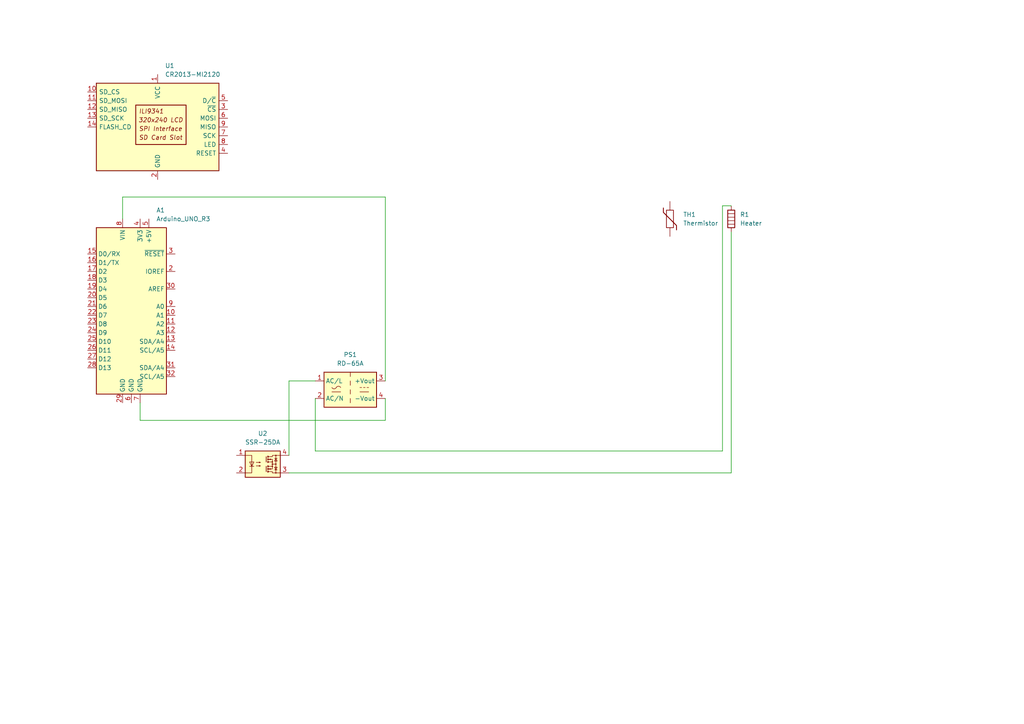
<source format=kicad_sch>
(kicad_sch (version 20250114) (generator "eeschema") (generator_version "9.0")
  (paper "A4")
  (lib_symbols
    (symbol "Converter_ACDC:IRM-60-12"
      (property "Reference" "PS" (at 0 7.62 0))
      (property "Value" "IRM-60-12" (at 0 -7.62 0))
      (symbol "IRM-60-12_1_1"
        (rectangle (start -7.62 5.08) (end 7.62 -5.08) (stroke (width 0.254)) (fill (type background)))
        (polyline (pts (xy -5.334 -0.635) (xy -2.794 -0.635)))
        (arc (start -4.064 0.635) (mid -4.699 0.2495) (end -5.334 0.635))
        (arc (start -4.064 0.635) (mid -3.429 1.0072) (end -2.794 0.635))
        (polyline (pts (xy 0 5.08) (xy 0 3.81)))
        (polyline (pts (xy 0 2.54) (xy 0 1.27)))
        (polyline (pts (xy 0 0) (xy 0 -1.27)))
        (polyline (pts (xy 0 -2.54) (xy 0 -3.81)))
        (polyline (pts (xy 2.794 0.635) (xy 3.302 0.635)))
        (polyline (pts (xy 2.794 -0.635) (xy 5.334 -0.635)))
        (polyline (pts (xy 3.81 0.635) (xy 4.318 0.635)))
        (polyline (pts (xy 4.826 0.635) (xy 5.334 0.635)))
        (pin power_in line (at -10.16 2.54 0) (length 2.54) (name "AC/L") (number "1"))
        (pin power_in line (at -10.16 -2.54 0) (length 2.54) (name "AC/N") (number "2"))
        (pin power_out line (at 10.16 2.54 180) (length 2.54) (name "+Vout") (number "3"))
        (pin power_out line (at 10.16 -2.54 180) (length 2.54) (name "-Vout") (number "4"))
      )
    )
    (symbol "Device:Heater" (pin_numbers (hide yes)) (pin_names (offset 0))
      (property "Reference" "R" (at 2.032 0 90))
      (property "Value" "Heater" (at -2.032 0 90))
      (symbol "Heater_0_1"
        (polyline (pts (xy -1.016 1.524) (xy 1.016 1.524)))
        (rectangle (start -1.016 -2.54) (end 1.016 2.54) (stroke (width 0.254)))
        (polyline (pts (xy 1.016 0.508) (xy -1.016 0.508)))
        (polyline (pts (xy 1.016 -0.508) (xy -1.016 -0.508)))
        (polyline (pts (xy 1.016 -1.524) (xy -1.016 -1.524)))
      )
      (symbol "Heater_1_1"
        (pin passive line (at 0 3.81 270) (length 1.27) (name "~") (number "1"))
        (pin passive line (at 0 -3.81 90) (length 1.27) (name "~") (number "2"))
      )
    )
    (symbol "Device:Thermistor" (pin_numbers (hide yes)) (pin_names (offset 0))
      (property "Reference" "TH" (at 2.54 1.27 90))
      (property "Value" "Thermistor" (at -2.54 0 90))
      (symbol "Thermistor_0_1"
        (polyline (pts (xy -1.905 3.175) (xy -1.905 1.905) (xy 1.905 -1.905) (xy 1.905 -3.175) (xy 1.905 -3.175)) (stroke (width 0.254)))
        (rectangle (start -1.016 2.54) (end 1.016 -2.54) (stroke (width 0.2032)))
      )
      (symbol "Thermistor_1_1"
        (pin passive line (at 0 5.08 270) (length 2.54) (name "~") (number "1"))
        (pin passive line (at 0 -5.08 90) (length 2.54) (name "~") (number "2"))
      )
    )
    (symbol "Driver_Display:CR2013-MI2120" (pin_names (offset 0.762))
      (property "Reference" "U" (at -17.526 13.97 0))
      (property "Value" "CR2013-MI2120" (at 1.905 13.97 0))
      (symbol "CR2013-MI2120_0_0"
        (text "ILI9341" (at -5.461 4.572 0) (effects (font (size 1.27 1.27) (italic yes)) (justify left)))
        (text "SPI Interface" (at -5.461 -0.508 0) (effects (font (size 1.27 1.27) (italic yes)) (justify left)))
        (text "SD Card Slot" (at -5.461 -3.048 0) (effects (font (size 1.27 1.27) (italic yes)) (justify left)))
        (text "320x240 LCD" (at 0.889 2.032 0) (effects (font (size 1.27 1.27) (italic yes))))
      )
      (symbol "CR2013-MI2120_0_1"
        (rectangle (start -17.78 12.7) (end 17.78 -12.7) (stroke (width 0.254)) (fill (type background)))
        (rectangle (start -6.35 6.35) (end 8.255 -5.08) (stroke (width 0.254)))
      )
      (symbol "CR2013-MI2120_1_1"
        (pin input line (at -20.32 10.16 0) (length 2.54) (name "SD_CS") (number "10"))
        (pin input line (at -20.32 7.62 0) (length 2.54) (name "SD_MOSI") (number "11"))
        (pin output line (at -20.32 5.08 0) (length 2.54) (name "SD_MISO") (number "12"))
        (pin input line (at -20.32 2.54 0) (length 2.54) (name "SD_SCK") (number "13"))
        (pin input line (at -20.32 0 0) (length 2.54) (name "FLASH_CD") (number "14"))
        (pin power_in line (at 0 15.24 270) (length 2.54) (name "VCC") (number "1"))
        (pin power_in line (at 0 -15.24 90) (length 2.54) (name "GND") (number "2"))
        (pin input line (at 20.32 7.62 180) (length 2.54) (name "D/~{C}") (number "5"))
        (pin input line (at 20.32 5.08 180) (length 2.54) (name "~{CS}") (number "3"))
        (pin input line (at 20.32 2.54 180) (length 2.54) (name "MOSI") (number "6"))
        (pin output line (at 20.32 0 180) (length 2.54) (name "MISO") (number "9"))
        (pin input line (at 20.32 -2.54 180) (length 2.54) (name "SCK") (number "7"))
        (pin input line (at 20.32 -5.08 180) (length 2.54) (name "LED") (number "8"))
        (pin input line (at 20.32 -7.62 180) (length 2.54) (name "RESET") (number "4"))
      )
    )
    (symbol "MCU_Module:Arduino_UNO_R3"
      (property "Reference" "A" (at -10.16 23.495 0))
      (property "Value" "Arduino_UNO_R3" (at 5.08 -26.67 0))
      (symbol "Arduino_UNO_R3_0_1"
        (rectangle (start -10.16 22.86) (end 10.16 -25.4) (stroke (width 0.254)) (fill (type background)))
      )
      (symbol "Arduino_UNO_R3_1_1"
        (pin bidirectional line (at -12.7 15.24 0) (length 2.54) (name "D0/RX") (number "15"))
        (pin bidirectional line (at -12.7 12.7 0) (length 2.54) (name "D1/TX") (number "16"))
        (pin bidirectional line (at -12.7 10.16 0) (length 2.54) (name "D2") (number "17"))
        (pin bidirectional line (at -12.7 7.62 0) (length 2.54) (name "D3") (number "18"))
        (pin bidirectional line (at -12.7 5.08 0) (length 2.54) (name "D4") (number "19"))
        (pin bidirectional line (at -12.7 2.54 0) (length 2.54) (name "D5") (number "20"))
        (pin bidirectional line (at -12.7 0 0) (length 2.54) (name "D6") (number "21"))
        (pin bidirectional line (at -12.7 -2.54 0) (length 2.54) (name "D7") (number "22"))
        (pin bidirectional line (at -12.7 -5.08 0) (length 2.54) (name "D8") (number "23"))
        (pin bidirectional line (at -12.7 -7.62 0) (length 2.54) (name "D9") (number "24"))
        (pin bidirectional line (at -12.7 -10.16 0) (length 2.54) (name "D10") (number "25"))
        (pin bidirectional line (at -12.7 -12.7 0) (length 2.54) (name "D11") (number "26"))
        (pin bidirectional line (at -12.7 -15.24 0) (length 2.54) (name "D12") (number "27"))
        (pin bidirectional line (at -12.7 -17.78 0) (length 2.54) (name "D13") (number "28"))
        (pin no_connect line (at -10.16 -20.32 0) (length 2.54) (hide yes) (name "NC") (number "1"))
        (pin power_in line (at -2.54 25.4 270) (length 2.54) (name "VIN") (number "8"))
        (pin power_in line (at -2.54 -27.94 90) (length 2.54) (name "GND") (number "29"))
        (pin power_in line (at 0 -27.94 90) (length 2.54) (name "GND") (number "6"))
        (pin power_out line (at 2.54 25.4 270) (length 2.54) (name "3V3") (number "4"))
        (pin power_in line (at 2.54 -27.94 90) (length 2.54) (name "GND") (number "7"))
        (pin power_out line (at 5.08 25.4 270) (length 2.54) (name "+5V") (number "5"))
        (pin input line (at 12.7 15.24 180) (length 2.54) (name "~{RESET}") (number "3"))
        (pin output line (at 12.7 10.16 180) (length 2.54) (name "IOREF") (number "2"))
        (pin input line (at 12.7 5.08 180) (length 2.54) (name "AREF") (number "30"))
        (pin bidirectional line (at 12.7 0 180) (length 2.54) (name "A0") (number "9"))
        (pin bidirectional line (at 12.7 -2.54 180) (length 2.54) (name "A1") (number "10"))
        (pin bidirectional line (at 12.7 -5.08 180) (length 2.54) (name "A2") (number "11"))
        (pin bidirectional line (at 12.7 -7.62 180) (length 2.54) (name "A3") (number "12"))
        (pin bidirectional line (at 12.7 -10.16 180) (length 2.54) (name "SDA/A4") (number "13"))
        (pin bidirectional line (at 12.7 -12.7 180) (length 2.54) (name "SCL/A5") (number "14"))
        (pin bidirectional line (at 12.7 -17.78 180) (length 2.54) (name "SDA/A4") (number "31"))
        (pin bidirectional line (at 12.7 -20.32 180) (length 2.54) (name "SCL/A5") (number "32"))
      )
    )
    (symbol "Relay_SolidState:ASSR-1218"
      (property "Reference" "U" (at -5.08 5.08 0))
      (property "Value" "ASSR-1218" (at 0 5.08 0))
      (symbol "ASSR-1218_0_1"
        (rectangle (start -5.08 3.81) (end 5.08 -3.81) (stroke (width 0.254)) (fill (type background)))
        (polyline (pts (xy -5.08 2.54) (xy -3.175 2.54) (xy -3.175 -2.54) (xy -5.08 -2.54)))
        (polyline (pts (xy -3.81 -0.635) (xy -2.54 -0.635)))
        (polyline (pts (xy -3.175 -0.635) (xy -3.81 0.635) (xy -2.54 0.635) (xy -3.175 -0.635)))
        (polyline (pts (xy -1.905 0.508) (xy -0.635 0.508) (xy -1.016 0.381) (xy -1.016 0.635) (xy -0.635 0.508)))
        (polyline (pts (xy -1.905 -0.508) (xy -0.635 -0.508) (xy -1.016 -0.635) (xy -1.016 -0.381) (xy -0.635 -0.508)))
        (polyline (pts (xy 1.016 2.159) (xy 1.016 0.635)) (stroke (width 0.2032)))
        (polyline (pts (xy 1.016 -0.635) (xy 1.016 -2.159)) (stroke (width 0.2032)))
        (polyline (pts (xy 1.524 2.286) (xy 1.524 2.032) (xy 1.524 2.032)) (stroke (width 0.3556)))
        (polyline (pts (xy 1.524 1.524) (xy 1.524 1.27) (xy 1.524 1.27)) (stroke (width 0.3556)))
        (polyline (pts (xy 1.524 0.762) (xy 1.524 0.508) (xy 1.524 0.508)) (stroke (width 0.3556)))
        (polyline (pts (xy 1.524 -0.508) (xy 1.524 -0.762)) (stroke (width 0.3556)))
        (polyline (pts (xy 1.524 -1.27) (xy 1.524 -1.524) (xy 1.524 -1.524)) (stroke (width 0.3556)))
        (polyline (pts (xy 1.524 -2.032) (xy 1.524 -2.286) (xy 1.524 -2.286)) (stroke (width 0.3556)))
        (polyline (pts (xy 1.651 2.159) (xy 2.794 2.159) (xy 2.794 2.54) (xy 5.08 2.54)))
        (polyline (pts (xy 1.651 1.397) (xy 2.794 1.397) (xy 2.794 0.635)))
        (polyline (pts (xy 1.651 -0.635) (xy 2.794 -0.635) (xy 2.794 0.635) (xy 1.651 0.635)))
        (polyline (pts (xy 1.651 -1.397) (xy 2.794 -1.397) (xy 2.794 -0.635)))
        (polyline (pts (xy 1.651 -2.159) (xy 2.794 -2.159) (xy 2.794 -2.54) (xy 5.08 -2.54)))
        (polyline (pts (xy 1.778 1.397) (xy 2.286 1.524) (xy 2.286 1.27) (xy 1.778 1.397)))
        (polyline (pts (xy 1.778 -1.397) (xy 2.286 -1.27) (xy 2.286 -1.524) (xy 1.778 -1.397)))
        (circle (center 2.794 0.635) (radius 0.127))
        (polyline (pts (xy 2.794 0) (xy 3.81 0)))
        (circle (center 2.794 0) (radius 0.127))
        (circle (center 2.794 -0.635) (radius 0.127))
        (polyline (pts (xy 3.429 1.651) (xy 4.191 1.651)))
        (polyline (pts (xy 3.429 -1.651) (xy 4.191 -1.651)))
        (circle (center 3.81 2.54) (radius 0.127))
        (polyline (pts (xy 3.81 1.651) (xy 3.429 0.889) (xy 4.191 0.889) (xy 3.81 1.651)))
        (circle (center 3.81 0) (radius 0.127))
        (polyline (pts (xy 3.81 -1.651) (xy 3.429 -0.889) (xy 4.191 -0.889) (xy 3.81 -1.651)))
        (polyline (pts (xy 3.81 -2.54) (xy 3.81 2.54)))
        (circle (center 3.81 -2.54) (radius 0.127))
      )
      (symbol "ASSR-1218_1_1"
        (pin passive line (at -7.62 2.54 0) (length 2.54) (name "~") (number "1"))
        (pin passive line (at -7.62 -2.54 0) (length 2.54) (name "~") (number "2"))
        (pin passive line (at 7.62 2.54 180) (length 2.54) (name "~") (number "4"))
        (pin passive line (at 7.62 -2.54 180) (length 2.54) (name "~") (number "3"))
      )
    )
  )
  (wire (pts (xy 35.56 57.15) (xy 35.56 63.5)))
  (wire (pts (xy 40.64 121.92) (xy 40.64 116.84)))
  (wire (pts (xy 212.09 59.69) (xy 209.55 59.69)))
  (wire (pts (xy 111.76 57.15) (xy 35.56 57.15)))
  (wire (pts (xy 83.82 132.08) (xy 83.82 110.49)))
  (wire (pts (xy 111.76 121.92) (xy 40.64 121.92)))
  (wire (pts (xy 83.82 110.49) (xy 91.44 110.49)))
  (wire (pts (xy 209.55 59.69) (xy 209.55 130.81)))
  (wire (pts (xy 111.76 115.57) (xy 111.76 121.92)))
  (wire (pts (xy 111.76 110.49) (xy 111.76 57.15)))
  (wire (pts (xy 209.55 130.81) (xy 91.44 130.81)))
  (wire (pts (xy 212.09 137.16) (xy 212.09 67.31)))
  (wire (pts (xy 91.44 130.81) (xy 91.44 115.57)))
  (wire (pts (xy 83.82 137.16) (xy 212.09 137.16)))
  (symbol (lib_id "MCU_Module:Arduino_UNO_R3") (at 38.1 88.9 0) (unit 1)
    (property "Reference" "A1" (at 45.3233 60.96 0) (effects (justify left)))
    (property "Value" "Arduino_UNO_R3" (at 45.3233 63.5 0) (effects (justify left)))
    (property "Footprint" "Module:Arduino_UNO_R3" (effects (hide yes)))
    (property "Datasheet" "https://www.arduino.cc/en/Main/arduinoBoardUno" (effects (hide yes)))
    (property "Description" "Arduino UNO Microcontroller Module, release 3" (effects (hide yes)))
  )
  (symbol (lib_id "Converter_ACDC:IRM-60-12") (at 101.6 113.03 0) (unit 1)
    (property "Reference" "PS1" (at 101.6 102.87 0))
    (property "Value" "RD-65A" (at 101.6 105.41 0))
    (property "Footprint" "Converter_ACDC:Converter_ACDC_MeanWell_IRM-60-xx_THT" (effects (hide yes)))
    (property "Datasheet" "http://www.meanwellusa.com/productPdf.aspx?i=687" (effects (hide yes)))
    (property "Description" "12V, 5A, 60W, Isolated, AC-DC, IRM60" (effects (hide yes)))
  )
  (symbol (lib_id "Device:Heater") (at 212.09 63.5 0) (unit 1)
    (property "Reference" "R1" (at 214.63 62.2299 0) (effects (justify left)))
    (property "Value" "Heater" (at 214.63 64.7699 0) (effects (justify left)))
    (property "Description" "Resistive heater" (effects (hide yes)))
  )
  (symbol (lib_id "Relay_SolidState:ASSR-1218") (at 76.2 134.62 0) (unit 1)
    (property "Reference" "U2" (at 76.2 125.73 0))
    (property "Value" "SSR-25DA" (at 76.2 128.27 0))
    (property "Footprint" "Package_DIP:DIP-8-N7_W7.62mm" (effects (hide yes)))
    (property "Datasheet" "https://docs.broadcom.com/docs/AV02-0173EN" (effects (hide yes)))
    (property "Description" "Form A, Solid State Relay (Photo MOSFET) 60V, 0.2A, 10Ohm, SO-4" (effects (hide yes)))
  )
  (symbol (lib_id "Driver_Display:CR2013-MI2120") (at 45.72 36.83 0) (unit 1)
    (property "Reference" "U1" (at 47.8633 19.05 0) (effects (justify left)))
    (property "Value" "CR2013-MI2120" (at 47.8633 21.59 0) (effects (justify left)))
    (property "Footprint" "Display:CR2013-MI2120" (effects (hide yes)))
    (property "Datasheet" "http://pan.baidu.com/s/11Y990" (effects (hide yes)))
    (property "Description" "ILI9341 controller, SPI TFT LCD Display, 9-pin breakout PCB, 4-pin SD card interface, 5V/3.3V" (effects (hide yes)))
  )
  (symbol (lib_id "Device:Thermistor") (at 194.31 63.5 0) (unit 1)
    (property "Reference" "TH1" (at 198.12 62.2299 0) (effects (justify left)))
    (property "Value" "Thermistor" (at 198.12 64.7699 0) (effects (justify left)))
    (property "Description" "Temperature dependent resistor" (effects (hide yes)))
  )
)
</source>
